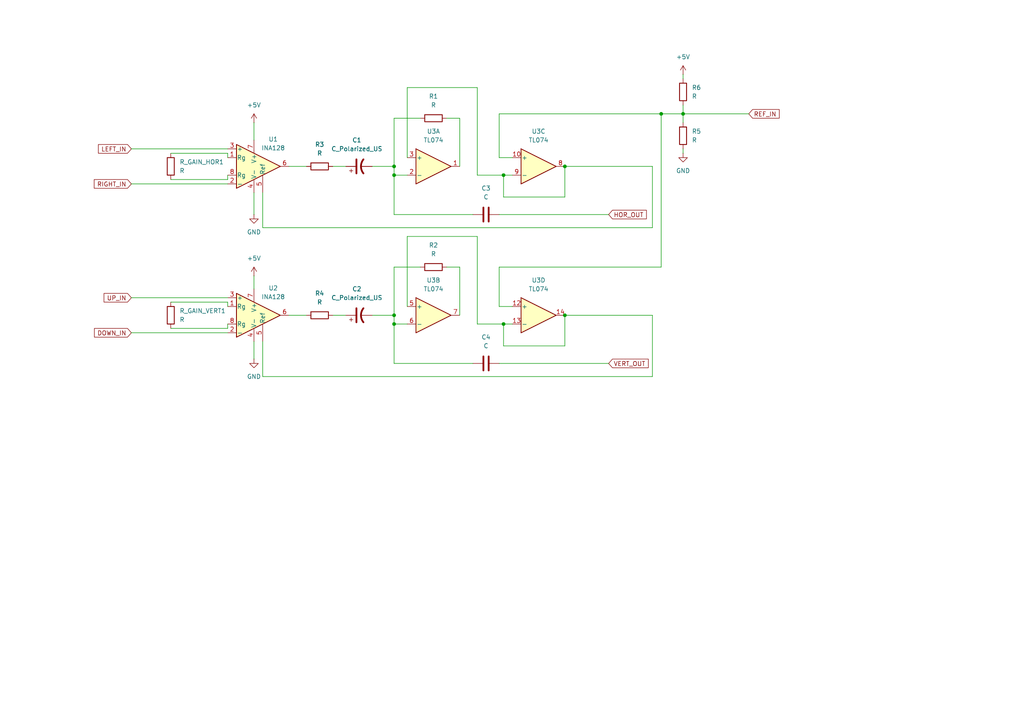
<source format=kicad_sch>
(kicad_sch
	(version 20250114)
	(generator "eeschema")
	(generator_version "9.0")
	(uuid "3b24f0de-bb9a-4c55-8f2f-94868eba9d38")
	(paper "A4")
	(lib_symbols
		(symbol "Amplifier_Instrumentation:INA128"
			(pin_names
				(offset 0.127)
			)
			(exclude_from_sim no)
			(in_bom yes)
			(on_board yes)
			(property "Reference" "U"
				(at 3.81 3.175 0)
				(effects
					(font
						(size 1.27 1.27)
					)
					(justify left)
				)
			)
			(property "Value" "INA128"
				(at 3.81 -3.175 0)
				(effects
					(font
						(size 1.27 1.27)
					)
					(justify left)
				)
			)
			(property "Footprint" ""
				(at 2.54 0 0)
				(effects
					(font
						(size 1.27 1.27)
					)
					(hide yes)
				)
			)
			(property "Datasheet" "http://www.ti.com/lit/ds/symlink/ina128.pdf"
				(at 2.54 0 0)
				(effects
					(font
						(size 1.27 1.27)
					)
					(hide yes)
				)
			)
			(property "Description" "Precision, Low Power Instrumentation Amplifier G = 1 + 50kOhm/Rg, DIP-8/SOIC-8"
				(at 0 0 0)
				(effects
					(font
						(size 1.27 1.27)
					)
					(hide yes)
				)
			)
			(property "ki_keywords" "instrumentation opamp"
				(at 0 0 0)
				(effects
					(font
						(size 1.27 1.27)
					)
					(hide yes)
				)
			)
			(property "ki_fp_filters" "DIP*W7.62mm* SOIC*P1.27mm*"
				(at 0 0 0)
				(effects
					(font
						(size 1.27 1.27)
					)
					(hide yes)
				)
			)
			(symbol "INA128_0_1"
				(polyline
					(pts
						(xy 7.62 0) (xy -5.08 6.35) (xy -5.08 -6.35) (xy 7.62 0)
					)
					(stroke
						(width 0.254)
						(type default)
					)
					(fill
						(type background)
					)
				)
			)
			(symbol "INA128_1_1"
				(pin input line
					(at -7.62 5.08 0)
					(length 2.54)
					(name "+"
						(effects
							(font
								(size 1.27 1.27)
							)
						)
					)
					(number "3"
						(effects
							(font
								(size 1.27 1.27)
							)
						)
					)
				)
				(pin passive line
					(at -7.62 2.54 0)
					(length 2.54)
					(name "Rg"
						(effects
							(font
								(size 1.27 1.27)
							)
						)
					)
					(number "1"
						(effects
							(font
								(size 1.27 1.27)
							)
						)
					)
				)
				(pin passive line
					(at -7.62 -2.54 0)
					(length 2.54)
					(name "Rg"
						(effects
							(font
								(size 1.27 1.27)
							)
						)
					)
					(number "8"
						(effects
							(font
								(size 1.27 1.27)
							)
						)
					)
				)
				(pin input line
					(at -7.62 -5.08 0)
					(length 2.54)
					(name "-"
						(effects
							(font
								(size 1.27 1.27)
							)
						)
					)
					(number "2"
						(effects
							(font
								(size 1.27 1.27)
							)
						)
					)
				)
				(pin power_in line
					(at 0 7.62 270)
					(length 3.81)
					(name "V+"
						(effects
							(font
								(size 1.27 1.27)
							)
						)
					)
					(number "7"
						(effects
							(font
								(size 1.27 1.27)
							)
						)
					)
				)
				(pin power_in line
					(at 0 -7.62 90)
					(length 3.81)
					(name "V-"
						(effects
							(font
								(size 1.27 1.27)
							)
						)
					)
					(number "4"
						(effects
							(font
								(size 1.27 1.27)
							)
						)
					)
				)
				(pin input line
					(at 2.54 -7.62 90)
					(length 5.08)
					(name "Ref"
						(effects
							(font
								(size 1.27 1.27)
							)
						)
					)
					(number "5"
						(effects
							(font
								(size 1.27 1.27)
							)
						)
					)
				)
				(pin output line
					(at 10.16 0 180)
					(length 2.54)
					(name "~"
						(effects
							(font
								(size 1.27 1.27)
							)
						)
					)
					(number "6"
						(effects
							(font
								(size 1.27 1.27)
							)
						)
					)
				)
			)
			(embedded_fonts no)
		)
		(symbol "Amplifier_Operational:TL074"
			(pin_names
				(offset 0.127)
			)
			(exclude_from_sim no)
			(in_bom yes)
			(on_board yes)
			(property "Reference" "U"
				(at 0 5.08 0)
				(effects
					(font
						(size 1.27 1.27)
					)
					(justify left)
				)
			)
			(property "Value" "TL074"
				(at 0 -5.08 0)
				(effects
					(font
						(size 1.27 1.27)
					)
					(justify left)
				)
			)
			(property "Footprint" ""
				(at -1.27 2.54 0)
				(effects
					(font
						(size 1.27 1.27)
					)
					(hide yes)
				)
			)
			(property "Datasheet" "http://www.ti.com/lit/ds/symlink/tl071.pdf"
				(at 1.27 5.08 0)
				(effects
					(font
						(size 1.27 1.27)
					)
					(hide yes)
				)
			)
			(property "Description" "Quad Low-Noise JFET-Input Operational Amplifiers, DIP-14/SOIC-14"
				(at 0 0 0)
				(effects
					(font
						(size 1.27 1.27)
					)
					(hide yes)
				)
			)
			(property "ki_locked" ""
				(at 0 0 0)
				(effects
					(font
						(size 1.27 1.27)
					)
				)
			)
			(property "ki_keywords" "quad opamp"
				(at 0 0 0)
				(effects
					(font
						(size 1.27 1.27)
					)
					(hide yes)
				)
			)
			(property "ki_fp_filters" "SOIC*3.9x8.7mm*P1.27mm* DIP*W7.62mm* TSSOP*4.4x5mm*P0.65mm* SSOP*5.3x6.2mm*P0.65mm* MSOP*3x3mm*P0.5mm*"
				(at 0 0 0)
				(effects
					(font
						(size 1.27 1.27)
					)
					(hide yes)
				)
			)
			(symbol "TL074_1_1"
				(polyline
					(pts
						(xy -5.08 5.08) (xy 5.08 0) (xy -5.08 -5.08) (xy -5.08 5.08)
					)
					(stroke
						(width 0.254)
						(type default)
					)
					(fill
						(type background)
					)
				)
				(pin input line
					(at -7.62 2.54 0)
					(length 2.54)
					(name "+"
						(effects
							(font
								(size 1.27 1.27)
							)
						)
					)
					(number "3"
						(effects
							(font
								(size 1.27 1.27)
							)
						)
					)
				)
				(pin input line
					(at -7.62 -2.54 0)
					(length 2.54)
					(name "-"
						(effects
							(font
								(size 1.27 1.27)
							)
						)
					)
					(number "2"
						(effects
							(font
								(size 1.27 1.27)
							)
						)
					)
				)
				(pin output line
					(at 7.62 0 180)
					(length 2.54)
					(name "~"
						(effects
							(font
								(size 1.27 1.27)
							)
						)
					)
					(number "1"
						(effects
							(font
								(size 1.27 1.27)
							)
						)
					)
				)
			)
			(symbol "TL074_2_1"
				(polyline
					(pts
						(xy -5.08 5.08) (xy 5.08 0) (xy -5.08 -5.08) (xy -5.08 5.08)
					)
					(stroke
						(width 0.254)
						(type default)
					)
					(fill
						(type background)
					)
				)
				(pin input line
					(at -7.62 2.54 0)
					(length 2.54)
					(name "+"
						(effects
							(font
								(size 1.27 1.27)
							)
						)
					)
					(number "5"
						(effects
							(font
								(size 1.27 1.27)
							)
						)
					)
				)
				(pin input line
					(at -7.62 -2.54 0)
					(length 2.54)
					(name "-"
						(effects
							(font
								(size 1.27 1.27)
							)
						)
					)
					(number "6"
						(effects
							(font
								(size 1.27 1.27)
							)
						)
					)
				)
				(pin output line
					(at 7.62 0 180)
					(length 2.54)
					(name "~"
						(effects
							(font
								(size 1.27 1.27)
							)
						)
					)
					(number "7"
						(effects
							(font
								(size 1.27 1.27)
							)
						)
					)
				)
			)
			(symbol "TL074_3_1"
				(polyline
					(pts
						(xy -5.08 5.08) (xy 5.08 0) (xy -5.08 -5.08) (xy -5.08 5.08)
					)
					(stroke
						(width 0.254)
						(type default)
					)
					(fill
						(type background)
					)
				)
				(pin input line
					(at -7.62 2.54 0)
					(length 2.54)
					(name "+"
						(effects
							(font
								(size 1.27 1.27)
							)
						)
					)
					(number "10"
						(effects
							(font
								(size 1.27 1.27)
							)
						)
					)
				)
				(pin input line
					(at -7.62 -2.54 0)
					(length 2.54)
					(name "-"
						(effects
							(font
								(size 1.27 1.27)
							)
						)
					)
					(number "9"
						(effects
							(font
								(size 1.27 1.27)
							)
						)
					)
				)
				(pin output line
					(at 7.62 0 180)
					(length 2.54)
					(name "~"
						(effects
							(font
								(size 1.27 1.27)
							)
						)
					)
					(number "8"
						(effects
							(font
								(size 1.27 1.27)
							)
						)
					)
				)
			)
			(symbol "TL074_4_1"
				(polyline
					(pts
						(xy -5.08 5.08) (xy 5.08 0) (xy -5.08 -5.08) (xy -5.08 5.08)
					)
					(stroke
						(width 0.254)
						(type default)
					)
					(fill
						(type background)
					)
				)
				(pin input line
					(at -7.62 2.54 0)
					(length 2.54)
					(name "+"
						(effects
							(font
								(size 1.27 1.27)
							)
						)
					)
					(number "12"
						(effects
							(font
								(size 1.27 1.27)
							)
						)
					)
				)
				(pin input line
					(at -7.62 -2.54 0)
					(length 2.54)
					(name "-"
						(effects
							(font
								(size 1.27 1.27)
							)
						)
					)
					(number "13"
						(effects
							(font
								(size 1.27 1.27)
							)
						)
					)
				)
				(pin output line
					(at 7.62 0 180)
					(length 2.54)
					(name "~"
						(effects
							(font
								(size 1.27 1.27)
							)
						)
					)
					(number "14"
						(effects
							(font
								(size 1.27 1.27)
							)
						)
					)
				)
			)
			(symbol "TL074_5_1"
				(pin power_in line
					(at -2.54 7.62 270)
					(length 3.81)
					(name "V+"
						(effects
							(font
								(size 1.27 1.27)
							)
						)
					)
					(number "4"
						(effects
							(font
								(size 1.27 1.27)
							)
						)
					)
				)
				(pin power_in line
					(at -2.54 -7.62 90)
					(length 3.81)
					(name "V-"
						(effects
							(font
								(size 1.27 1.27)
							)
						)
					)
					(number "11"
						(effects
							(font
								(size 1.27 1.27)
							)
						)
					)
				)
			)
			(embedded_fonts no)
		)
		(symbol "Device:C"
			(pin_numbers
				(hide yes)
			)
			(pin_names
				(offset 0.254)
			)
			(exclude_from_sim no)
			(in_bom yes)
			(on_board yes)
			(property "Reference" "C"
				(at 0.635 2.54 0)
				(effects
					(font
						(size 1.27 1.27)
					)
					(justify left)
				)
			)
			(property "Value" "C"
				(at 0.635 -2.54 0)
				(effects
					(font
						(size 1.27 1.27)
					)
					(justify left)
				)
			)
			(property "Footprint" ""
				(at 0.9652 -3.81 0)
				(effects
					(font
						(size 1.27 1.27)
					)
					(hide yes)
				)
			)
			(property "Datasheet" "~"
				(at 0 0 0)
				(effects
					(font
						(size 1.27 1.27)
					)
					(hide yes)
				)
			)
			(property "Description" "Unpolarized capacitor"
				(at 0 0 0)
				(effects
					(font
						(size 1.27 1.27)
					)
					(hide yes)
				)
			)
			(property "ki_keywords" "cap capacitor"
				(at 0 0 0)
				(effects
					(font
						(size 1.27 1.27)
					)
					(hide yes)
				)
			)
			(property "ki_fp_filters" "C_*"
				(at 0 0 0)
				(effects
					(font
						(size 1.27 1.27)
					)
					(hide yes)
				)
			)
			(symbol "C_0_1"
				(polyline
					(pts
						(xy -2.032 0.762) (xy 2.032 0.762)
					)
					(stroke
						(width 0.508)
						(type default)
					)
					(fill
						(type none)
					)
				)
				(polyline
					(pts
						(xy -2.032 -0.762) (xy 2.032 -0.762)
					)
					(stroke
						(width 0.508)
						(type default)
					)
					(fill
						(type none)
					)
				)
			)
			(symbol "C_1_1"
				(pin passive line
					(at 0 3.81 270)
					(length 2.794)
					(name "~"
						(effects
							(font
								(size 1.27 1.27)
							)
						)
					)
					(number "1"
						(effects
							(font
								(size 1.27 1.27)
							)
						)
					)
				)
				(pin passive line
					(at 0 -3.81 90)
					(length 2.794)
					(name "~"
						(effects
							(font
								(size 1.27 1.27)
							)
						)
					)
					(number "2"
						(effects
							(font
								(size 1.27 1.27)
							)
						)
					)
				)
			)
			(embedded_fonts no)
		)
		(symbol "Device:C_Polarized_US"
			(pin_numbers
				(hide yes)
			)
			(pin_names
				(offset 0.254)
				(hide yes)
			)
			(exclude_from_sim no)
			(in_bom yes)
			(on_board yes)
			(property "Reference" "C"
				(at 0.635 2.54 0)
				(effects
					(font
						(size 1.27 1.27)
					)
					(justify left)
				)
			)
			(property "Value" "C_Polarized_US"
				(at 0.635 -2.54 0)
				(effects
					(font
						(size 1.27 1.27)
					)
					(justify left)
				)
			)
			(property "Footprint" ""
				(at 0 0 0)
				(effects
					(font
						(size 1.27 1.27)
					)
					(hide yes)
				)
			)
			(property "Datasheet" "~"
				(at 0 0 0)
				(effects
					(font
						(size 1.27 1.27)
					)
					(hide yes)
				)
			)
			(property "Description" "Polarized capacitor, US symbol"
				(at 0 0 0)
				(effects
					(font
						(size 1.27 1.27)
					)
					(hide yes)
				)
			)
			(property "ki_keywords" "cap capacitor"
				(at 0 0 0)
				(effects
					(font
						(size 1.27 1.27)
					)
					(hide yes)
				)
			)
			(property "ki_fp_filters" "CP_*"
				(at 0 0 0)
				(effects
					(font
						(size 1.27 1.27)
					)
					(hide yes)
				)
			)
			(symbol "C_Polarized_US_0_1"
				(polyline
					(pts
						(xy -2.032 0.762) (xy 2.032 0.762)
					)
					(stroke
						(width 0.508)
						(type default)
					)
					(fill
						(type none)
					)
				)
				(polyline
					(pts
						(xy -1.778 2.286) (xy -0.762 2.286)
					)
					(stroke
						(width 0)
						(type default)
					)
					(fill
						(type none)
					)
				)
				(polyline
					(pts
						(xy -1.27 1.778) (xy -1.27 2.794)
					)
					(stroke
						(width 0)
						(type default)
					)
					(fill
						(type none)
					)
				)
				(arc
					(start -2.032 -1.27)
					(mid 0 -0.5572)
					(end 2.032 -1.27)
					(stroke
						(width 0.508)
						(type default)
					)
					(fill
						(type none)
					)
				)
			)
			(symbol "C_Polarized_US_1_1"
				(pin passive line
					(at 0 3.81 270)
					(length 2.794)
					(name "~"
						(effects
							(font
								(size 1.27 1.27)
							)
						)
					)
					(number "1"
						(effects
							(font
								(size 1.27 1.27)
							)
						)
					)
				)
				(pin passive line
					(at 0 -3.81 90)
					(length 3.302)
					(name "~"
						(effects
							(font
								(size 1.27 1.27)
							)
						)
					)
					(number "2"
						(effects
							(font
								(size 1.27 1.27)
							)
						)
					)
				)
			)
			(embedded_fonts no)
		)
		(symbol "Device:R"
			(pin_numbers
				(hide yes)
			)
			(pin_names
				(offset 0)
			)
			(exclude_from_sim no)
			(in_bom yes)
			(on_board yes)
			(property "Reference" "R"
				(at 2.032 0 90)
				(effects
					(font
						(size 1.27 1.27)
					)
				)
			)
			(property "Value" "R"
				(at 0 0 90)
				(effects
					(font
						(size 1.27 1.27)
					)
				)
			)
			(property "Footprint" ""
				(at -1.778 0 90)
				(effects
					(font
						(size 1.27 1.27)
					)
					(hide yes)
				)
			)
			(property "Datasheet" "~"
				(at 0 0 0)
				(effects
					(font
						(size 1.27 1.27)
					)
					(hide yes)
				)
			)
			(property "Description" "Resistor"
				(at 0 0 0)
				(effects
					(font
						(size 1.27 1.27)
					)
					(hide yes)
				)
			)
			(property "ki_keywords" "R res resistor"
				(at 0 0 0)
				(effects
					(font
						(size 1.27 1.27)
					)
					(hide yes)
				)
			)
			(property "ki_fp_filters" "R_*"
				(at 0 0 0)
				(effects
					(font
						(size 1.27 1.27)
					)
					(hide yes)
				)
			)
			(symbol "R_0_1"
				(rectangle
					(start -1.016 -2.54)
					(end 1.016 2.54)
					(stroke
						(width 0.254)
						(type default)
					)
					(fill
						(type none)
					)
				)
			)
			(symbol "R_1_1"
				(pin passive line
					(at 0 3.81 270)
					(length 1.27)
					(name "~"
						(effects
							(font
								(size 1.27 1.27)
							)
						)
					)
					(number "1"
						(effects
							(font
								(size 1.27 1.27)
							)
						)
					)
				)
				(pin passive line
					(at 0 -3.81 90)
					(length 1.27)
					(name "~"
						(effects
							(font
								(size 1.27 1.27)
							)
						)
					)
					(number "2"
						(effects
							(font
								(size 1.27 1.27)
							)
						)
					)
				)
			)
			(embedded_fonts no)
		)
		(symbol "power:+5V"
			(power)
			(pin_numbers
				(hide yes)
			)
			(pin_names
				(offset 0)
				(hide yes)
			)
			(exclude_from_sim no)
			(in_bom yes)
			(on_board yes)
			(property "Reference" "#PWR"
				(at 0 -3.81 0)
				(effects
					(font
						(size 1.27 1.27)
					)
					(hide yes)
				)
			)
			(property "Value" "+5V"
				(at 0 3.556 0)
				(effects
					(font
						(size 1.27 1.27)
					)
				)
			)
			(property "Footprint" ""
				(at 0 0 0)
				(effects
					(font
						(size 1.27 1.27)
					)
					(hide yes)
				)
			)
			(property "Datasheet" ""
				(at 0 0 0)
				(effects
					(font
						(size 1.27 1.27)
					)
					(hide yes)
				)
			)
			(property "Description" "Power symbol creates a global label with name \"+5V\""
				(at 0 0 0)
				(effects
					(font
						(size 1.27 1.27)
					)
					(hide yes)
				)
			)
			(property "ki_keywords" "global power"
				(at 0 0 0)
				(effects
					(font
						(size 1.27 1.27)
					)
					(hide yes)
				)
			)
			(symbol "+5V_0_1"
				(polyline
					(pts
						(xy -0.762 1.27) (xy 0 2.54)
					)
					(stroke
						(width 0)
						(type default)
					)
					(fill
						(type none)
					)
				)
				(polyline
					(pts
						(xy 0 2.54) (xy 0.762 1.27)
					)
					(stroke
						(width 0)
						(type default)
					)
					(fill
						(type none)
					)
				)
				(polyline
					(pts
						(xy 0 0) (xy 0 2.54)
					)
					(stroke
						(width 0)
						(type default)
					)
					(fill
						(type none)
					)
				)
			)
			(symbol "+5V_1_1"
				(pin power_in line
					(at 0 0 90)
					(length 0)
					(name "~"
						(effects
							(font
								(size 1.27 1.27)
							)
						)
					)
					(number "1"
						(effects
							(font
								(size 1.27 1.27)
							)
						)
					)
				)
			)
			(embedded_fonts no)
		)
		(symbol "power:GND"
			(power)
			(pin_numbers
				(hide yes)
			)
			(pin_names
				(offset 0)
				(hide yes)
			)
			(exclude_from_sim no)
			(in_bom yes)
			(on_board yes)
			(property "Reference" "#PWR"
				(at 0 -6.35 0)
				(effects
					(font
						(size 1.27 1.27)
					)
					(hide yes)
				)
			)
			(property "Value" "GND"
				(at 0 -3.81 0)
				(effects
					(font
						(size 1.27 1.27)
					)
				)
			)
			(property "Footprint" ""
				(at 0 0 0)
				(effects
					(font
						(size 1.27 1.27)
					)
					(hide yes)
				)
			)
			(property "Datasheet" ""
				(at 0 0 0)
				(effects
					(font
						(size 1.27 1.27)
					)
					(hide yes)
				)
			)
			(property "Description" "Power symbol creates a global label with name \"GND\" , ground"
				(at 0 0 0)
				(effects
					(font
						(size 1.27 1.27)
					)
					(hide yes)
				)
			)
			(property "ki_keywords" "global power"
				(at 0 0 0)
				(effects
					(font
						(size 1.27 1.27)
					)
					(hide yes)
				)
			)
			(symbol "GND_0_1"
				(polyline
					(pts
						(xy 0 0) (xy 0 -1.27) (xy 1.27 -1.27) (xy 0 -2.54) (xy -1.27 -1.27) (xy 0 -1.27)
					)
					(stroke
						(width 0)
						(type default)
					)
					(fill
						(type none)
					)
				)
			)
			(symbol "GND_1_1"
				(pin power_in line
					(at 0 0 270)
					(length 0)
					(name "~"
						(effects
							(font
								(size 1.27 1.27)
							)
						)
					)
					(number "1"
						(effects
							(font
								(size 1.27 1.27)
							)
						)
					)
				)
			)
			(embedded_fonts no)
		)
	)
	(junction
		(at 114.3 50.8)
		(diameter 0)
		(color 0 0 0 0)
		(uuid "097c2d26-a136-46a4-8fc2-1bebfd40b8e0")
	)
	(junction
		(at 146.05 93.98)
		(diameter 0)
		(color 0 0 0 0)
		(uuid "43b7308a-88a0-47d5-9969-d4d966ccb822")
	)
	(junction
		(at 114.3 48.26)
		(diameter 0)
		(color 0 0 0 0)
		(uuid "4d830cea-f09f-485f-a277-6f729bc17fd9")
	)
	(junction
		(at 146.05 50.8)
		(diameter 0)
		(color 0 0 0 0)
		(uuid "52055805-e79f-4a87-91c2-ed1ecae1a708")
	)
	(junction
		(at 163.83 91.44)
		(diameter 0)
		(color 0 0 0 0)
		(uuid "624678f2-f525-429f-882e-2a54acb01163")
	)
	(junction
		(at 191.77 33.02)
		(diameter 0)
		(color 0 0 0 0)
		(uuid "6c0f16a5-33a0-4345-9e9d-eba389a15446")
	)
	(junction
		(at 114.3 93.98)
		(diameter 0)
		(color 0 0 0 0)
		(uuid "a1d58fd3-97fa-448a-9161-720f8d48f1a2")
	)
	(junction
		(at 163.83 48.26)
		(diameter 0)
		(color 0 0 0 0)
		(uuid "e0df1caf-09e8-4126-9b68-883e46f7c3f5")
	)
	(junction
		(at 114.3 91.44)
		(diameter 0)
		(color 0 0 0 0)
		(uuid "e7a87782-bf5c-4559-8bff-b3b515553e34")
	)
	(junction
		(at 198.12 33.02)
		(diameter 0)
		(color 0 0 0 0)
		(uuid "ff2404de-59bc-47b0-92f9-9077d9a9df76")
	)
	(wire
		(pts
			(xy 114.3 34.29) (xy 121.92 34.29)
		)
		(stroke
			(width 0)
			(type default)
		)
		(uuid "01882c6f-f88e-404d-9348-bc4a3e053229")
	)
	(wire
		(pts
			(xy 114.3 91.44) (xy 107.95 91.44)
		)
		(stroke
			(width 0)
			(type default)
		)
		(uuid "02d30a71-49c5-47c0-bc37-166560a16f6a")
	)
	(wire
		(pts
			(xy 191.77 77.47) (xy 191.77 33.02)
		)
		(stroke
			(width 0)
			(type default)
		)
		(uuid "04f6951e-fe56-4d20-9dc1-18bace3b1bfd")
	)
	(wire
		(pts
			(xy 133.35 77.47) (xy 133.35 91.44)
		)
		(stroke
			(width 0)
			(type default)
		)
		(uuid "0a797484-f869-459f-b964-80d559083527")
	)
	(wire
		(pts
			(xy 189.23 48.26) (xy 189.23 66.04)
		)
		(stroke
			(width 0)
			(type default)
		)
		(uuid "11cb63b1-aa47-4633-9aea-512490b1996a")
	)
	(wire
		(pts
			(xy 144.78 88.9) (xy 144.78 77.47)
		)
		(stroke
			(width 0)
			(type default)
		)
		(uuid "1470d489-24ba-4b3e-a1b6-6ee16a3fd415")
	)
	(wire
		(pts
			(xy 73.66 80.01) (xy 73.66 83.82)
		)
		(stroke
			(width 0)
			(type default)
		)
		(uuid "1ed1f8de-8c9c-428f-b822-81556ba198ef")
	)
	(wire
		(pts
			(xy 163.83 91.44) (xy 163.83 100.33)
		)
		(stroke
			(width 0)
			(type default)
		)
		(uuid "2a2208d8-2fa6-40c3-90ab-004a0317e694")
	)
	(wire
		(pts
			(xy 49.53 87.63) (xy 66.04 87.63)
		)
		(stroke
			(width 0)
			(type default)
		)
		(uuid "2ba39968-2ea2-496b-b31c-f2689fda5d9a")
	)
	(wire
		(pts
			(xy 38.1 96.52) (xy 66.04 96.52)
		)
		(stroke
			(width 0)
			(type default)
		)
		(uuid "34ac4a8d-ec49-4b40-b3ac-43bb11e17f62")
	)
	(wire
		(pts
			(xy 49.53 52.07) (xy 66.04 52.07)
		)
		(stroke
			(width 0)
			(type default)
		)
		(uuid "366f0fa8-6ca2-47d4-942d-8ac03dffa285")
	)
	(wire
		(pts
			(xy 114.3 93.98) (xy 114.3 91.44)
		)
		(stroke
			(width 0)
			(type default)
		)
		(uuid "371953d2-0460-4289-8b6a-4e10c532159b")
	)
	(wire
		(pts
			(xy 49.53 44.45) (xy 66.04 44.45)
		)
		(stroke
			(width 0)
			(type default)
		)
		(uuid "3ce35b43-76aa-48d8-9074-45a8f94e57f4")
	)
	(wire
		(pts
			(xy 100.33 91.44) (xy 96.52 91.44)
		)
		(stroke
			(width 0)
			(type default)
		)
		(uuid "4058e837-384e-4639-b556-470d3d963dde")
	)
	(wire
		(pts
			(xy 146.05 93.98) (xy 148.59 93.98)
		)
		(stroke
			(width 0)
			(type default)
		)
		(uuid "4c08fba8-6f5b-42d5-ad33-c94571cfc14d")
	)
	(wire
		(pts
			(xy 114.3 105.41) (xy 137.16 105.41)
		)
		(stroke
			(width 0)
			(type default)
		)
		(uuid "4f035099-1a30-47ec-97a8-5ae8f7cd0bd3")
	)
	(wire
		(pts
			(xy 146.05 100.33) (xy 146.05 93.98)
		)
		(stroke
			(width 0)
			(type default)
		)
		(uuid "5014a8d8-d2b2-443d-a68e-3af8ed205c51")
	)
	(wire
		(pts
			(xy 73.66 35.56) (xy 73.66 40.64)
		)
		(stroke
			(width 0)
			(type default)
		)
		(uuid "58fac9b7-bc4a-44a5-b98a-b803fc848444")
	)
	(wire
		(pts
			(xy 88.9 91.44) (xy 83.82 91.44)
		)
		(stroke
			(width 0)
			(type default)
		)
		(uuid "5b8ef719-e016-4a00-8ad2-4d49a1000896")
	)
	(wire
		(pts
			(xy 148.59 88.9) (xy 144.78 88.9)
		)
		(stroke
			(width 0)
			(type default)
		)
		(uuid "5c5c9c1a-36b5-498f-bfb0-f0cd0611152f")
	)
	(wire
		(pts
			(xy 163.83 91.44) (xy 189.23 91.44)
		)
		(stroke
			(width 0)
			(type default)
		)
		(uuid "5c7f4d31-4759-4684-8669-c382d626aae5")
	)
	(wire
		(pts
			(xy 138.43 25.4) (xy 138.43 50.8)
		)
		(stroke
			(width 0)
			(type default)
		)
		(uuid "6210d9f2-2d46-45e8-b1d7-9bba9d0aecbf")
	)
	(wire
		(pts
			(xy 191.77 33.02) (xy 198.12 33.02)
		)
		(stroke
			(width 0)
			(type default)
		)
		(uuid "646fa46d-1d50-4331-9d6d-2efc88c72064")
	)
	(wire
		(pts
			(xy 114.3 93.98) (xy 118.11 93.98)
		)
		(stroke
			(width 0)
			(type default)
		)
		(uuid "65f7f726-6f0b-4c54-a3bd-f4dcfc040e60")
	)
	(wire
		(pts
			(xy 38.1 43.18) (xy 66.04 43.18)
		)
		(stroke
			(width 0)
			(type default)
		)
		(uuid "730e9e46-4f09-44cc-91e5-8ac688d5d6e0")
	)
	(wire
		(pts
			(xy 118.11 25.4) (xy 138.43 25.4)
		)
		(stroke
			(width 0)
			(type default)
		)
		(uuid "742920a7-ffcd-4630-9917-449a1f9ee451")
	)
	(wire
		(pts
			(xy 189.23 66.04) (xy 76.2 66.04)
		)
		(stroke
			(width 0)
			(type default)
		)
		(uuid "74cd7fe3-240b-4700-83fe-b516c90508f5")
	)
	(wire
		(pts
			(xy 176.53 105.41) (xy 144.78 105.41)
		)
		(stroke
			(width 0)
			(type default)
		)
		(uuid "7550e275-7a47-4541-8e52-8d2f6479e8ce")
	)
	(wire
		(pts
			(xy 73.66 62.23) (xy 73.66 55.88)
		)
		(stroke
			(width 0)
			(type default)
		)
		(uuid "75a6edde-d3d3-4bff-8d8a-2139f1aa3e20")
	)
	(wire
		(pts
			(xy 118.11 88.9) (xy 118.11 68.58)
		)
		(stroke
			(width 0)
			(type default)
		)
		(uuid "7e1ab435-bc78-42e5-96c4-fa969d67d7c1")
	)
	(wire
		(pts
			(xy 66.04 52.07) (xy 66.04 50.8)
		)
		(stroke
			(width 0)
			(type default)
		)
		(uuid "8191b346-373e-4f35-897e-9926f2ea7bbb")
	)
	(wire
		(pts
			(xy 66.04 95.25) (xy 66.04 93.98)
		)
		(stroke
			(width 0)
			(type default)
		)
		(uuid "8a219722-bcff-4377-bf78-f67b9da0f9f7")
	)
	(wire
		(pts
			(xy 198.12 30.48) (xy 198.12 33.02)
		)
		(stroke
			(width 0)
			(type default)
		)
		(uuid "97692a96-db56-43b8-a376-4d7e543f7cb0")
	)
	(wire
		(pts
			(xy 189.23 109.22) (xy 76.2 109.22)
		)
		(stroke
			(width 0)
			(type default)
		)
		(uuid "9ae46941-1eda-4651-9899-5a454628db67")
	)
	(wire
		(pts
			(xy 114.3 50.8) (xy 118.11 50.8)
		)
		(stroke
			(width 0)
			(type default)
		)
		(uuid "9d527137-f47f-49bf-a765-984c59fddc22")
	)
	(wire
		(pts
			(xy 38.1 86.36) (xy 66.04 86.36)
		)
		(stroke
			(width 0)
			(type default)
		)
		(uuid "a1ddabbc-b34c-475c-858f-f9e0c1278107")
	)
	(wire
		(pts
			(xy 138.43 68.58) (xy 138.43 93.98)
		)
		(stroke
			(width 0)
			(type default)
		)
		(uuid "a4776a0f-e66b-4c55-95a4-e1d8cc39035f")
	)
	(wire
		(pts
			(xy 148.59 45.72) (xy 144.78 45.72)
		)
		(stroke
			(width 0)
			(type default)
		)
		(uuid "a58bc122-6e97-42a3-aa2e-c333bdbd7c96")
	)
	(wire
		(pts
			(xy 73.66 104.14) (xy 73.66 99.06)
		)
		(stroke
			(width 0)
			(type default)
		)
		(uuid "a689fcdc-81ab-4896-bb25-4ec382c0939c")
	)
	(wire
		(pts
			(xy 76.2 99.06) (xy 76.2 109.22)
		)
		(stroke
			(width 0)
			(type default)
		)
		(uuid "a694bc37-378b-42cb-8cc8-a5dd057c2c86")
	)
	(wire
		(pts
			(xy 114.3 48.26) (xy 107.95 48.26)
		)
		(stroke
			(width 0)
			(type default)
		)
		(uuid "ab021d2b-aaa6-44e6-9ff0-57056bb0df00")
	)
	(wire
		(pts
			(xy 146.05 50.8) (xy 148.59 50.8)
		)
		(stroke
			(width 0)
			(type default)
		)
		(uuid "ade33823-ddae-45f9-95c0-95745b277a88")
	)
	(wire
		(pts
			(xy 144.78 77.47) (xy 191.77 77.47)
		)
		(stroke
			(width 0)
			(type default)
		)
		(uuid "af7b83a5-5056-4641-9826-4e0b51c46f8f")
	)
	(wire
		(pts
			(xy 198.12 43.18) (xy 198.12 44.45)
		)
		(stroke
			(width 0)
			(type default)
		)
		(uuid "afdaade5-5f3c-4afb-9800-ace260cba6b9")
	)
	(wire
		(pts
			(xy 114.3 62.23) (xy 137.16 62.23)
		)
		(stroke
			(width 0)
			(type default)
		)
		(uuid "b2074584-6434-4ea6-abe0-efcd368794c1")
	)
	(wire
		(pts
			(xy 129.54 34.29) (xy 133.35 34.29)
		)
		(stroke
			(width 0)
			(type default)
		)
		(uuid "b41bf3a5-36c3-46d7-adc1-0f5f45de070b")
	)
	(wire
		(pts
			(xy 38.1 53.34) (xy 66.04 53.34)
		)
		(stroke
			(width 0)
			(type default)
		)
		(uuid "b4b2c4dd-65f1-4c20-aae8-34e7c03f818b")
	)
	(wire
		(pts
			(xy 114.3 77.47) (xy 114.3 91.44)
		)
		(stroke
			(width 0)
			(type default)
		)
		(uuid "b6d430ee-d37e-40a8-a294-e7989cf5ef9b")
	)
	(wire
		(pts
			(xy 144.78 33.02) (xy 191.77 33.02)
		)
		(stroke
			(width 0)
			(type default)
		)
		(uuid "bdfa8391-c91d-4891-bdd2-c657d498a6eb")
	)
	(wire
		(pts
			(xy 217.17 33.02) (xy 198.12 33.02)
		)
		(stroke
			(width 0)
			(type default)
		)
		(uuid "bf863d0c-3434-40f8-a89a-b1fe85d112dd")
	)
	(wire
		(pts
			(xy 114.3 50.8) (xy 114.3 48.26)
		)
		(stroke
			(width 0)
			(type default)
		)
		(uuid "bfb47161-c7a1-4ebb-ba50-28ce70afee1c")
	)
	(wire
		(pts
			(xy 129.54 77.47) (xy 133.35 77.47)
		)
		(stroke
			(width 0)
			(type default)
		)
		(uuid "c1475ca4-6890-407e-9b95-d7ff4e75201d")
	)
	(wire
		(pts
			(xy 66.04 44.45) (xy 66.04 45.72)
		)
		(stroke
			(width 0)
			(type default)
		)
		(uuid "c496fea6-3a69-442a-8628-295e01af4b2e")
	)
	(wire
		(pts
			(xy 138.43 93.98) (xy 146.05 93.98)
		)
		(stroke
			(width 0)
			(type default)
		)
		(uuid "cc3e696e-01a3-4a4e-b5f3-1d0d31a9f405")
	)
	(wire
		(pts
			(xy 100.33 48.26) (xy 96.52 48.26)
		)
		(stroke
			(width 0)
			(type default)
		)
		(uuid "cc9f5d42-40c0-4bdc-bd15-2956425b8b67")
	)
	(wire
		(pts
			(xy 88.9 48.26) (xy 83.82 48.26)
		)
		(stroke
			(width 0)
			(type default)
		)
		(uuid "d0845fe8-d175-412d-9fa0-594d3cc510d9")
	)
	(wire
		(pts
			(xy 66.04 87.63) (xy 66.04 88.9)
		)
		(stroke
			(width 0)
			(type default)
		)
		(uuid "d2f995cb-eb94-4cdf-8d8c-d76b74f44a7c")
	)
	(wire
		(pts
			(xy 144.78 62.23) (xy 176.53 62.23)
		)
		(stroke
			(width 0)
			(type default)
		)
		(uuid "d323960c-66f5-4b89-8e8b-fb2fac8cf747")
	)
	(wire
		(pts
			(xy 114.3 50.8) (xy 114.3 62.23)
		)
		(stroke
			(width 0)
			(type default)
		)
		(uuid "d45faca2-5c26-49f6-8851-ba95b9870576")
	)
	(wire
		(pts
			(xy 144.78 45.72) (xy 144.78 33.02)
		)
		(stroke
			(width 0)
			(type default)
		)
		(uuid "d460c257-526f-4e0e-b656-fbc223896fdc")
	)
	(wire
		(pts
			(xy 198.12 21.59) (xy 198.12 22.86)
		)
		(stroke
			(width 0)
			(type default)
		)
		(uuid "d5736e8e-b1e7-461c-9fb8-7f6be934b5cb")
	)
	(wire
		(pts
			(xy 138.43 50.8) (xy 146.05 50.8)
		)
		(stroke
			(width 0)
			(type default)
		)
		(uuid "d6e0b12e-f947-4ff2-bd66-570d96605e45")
	)
	(wire
		(pts
			(xy 163.83 57.15) (xy 146.05 57.15)
		)
		(stroke
			(width 0)
			(type default)
		)
		(uuid "d87da00d-a8fa-43b0-9e1f-16b5c7e91582")
	)
	(wire
		(pts
			(xy 118.11 45.72) (xy 118.11 25.4)
		)
		(stroke
			(width 0)
			(type default)
		)
		(uuid "db1da71c-2e47-48e3-bf0f-45b6f5e64d47")
	)
	(wire
		(pts
			(xy 114.3 34.29) (xy 114.3 48.26)
		)
		(stroke
			(width 0)
			(type default)
		)
		(uuid "e12f9e88-c5e7-46bf-94d0-a3abcf7d49e7")
	)
	(wire
		(pts
			(xy 76.2 55.88) (xy 76.2 66.04)
		)
		(stroke
			(width 0)
			(type default)
		)
		(uuid "e28ebd49-b81e-41b3-8129-61cde69655be")
	)
	(wire
		(pts
			(xy 49.53 95.25) (xy 66.04 95.25)
		)
		(stroke
			(width 0)
			(type default)
		)
		(uuid "e4d583f8-7bd4-4fd1-87c1-8ecaaeefc62d")
	)
	(wire
		(pts
			(xy 133.35 34.29) (xy 133.35 48.26)
		)
		(stroke
			(width 0)
			(type default)
		)
		(uuid "e4eaa659-661a-40d3-92a1-25f0a4fbe489")
	)
	(wire
		(pts
			(xy 189.23 91.44) (xy 189.23 109.22)
		)
		(stroke
			(width 0)
			(type default)
		)
		(uuid "e80a6fab-6ae0-4ce5-8806-918e6723de50")
	)
	(wire
		(pts
			(xy 114.3 93.98) (xy 114.3 105.41)
		)
		(stroke
			(width 0)
			(type default)
		)
		(uuid "ea458b2c-8e4b-41df-8d97-ccf776e6b789")
	)
	(wire
		(pts
			(xy 114.3 77.47) (xy 121.92 77.47)
		)
		(stroke
			(width 0)
			(type default)
		)
		(uuid "ea5259b4-4009-4dbd-a4dc-178f828754e5")
	)
	(wire
		(pts
			(xy 163.83 48.26) (xy 163.83 57.15)
		)
		(stroke
			(width 0)
			(type default)
		)
		(uuid "eca961d1-b131-4409-a83b-57c9db632361")
	)
	(wire
		(pts
			(xy 146.05 57.15) (xy 146.05 50.8)
		)
		(stroke
			(width 0)
			(type default)
		)
		(uuid "ed15fb8c-334f-47d0-a53c-1204e83b36b0")
	)
	(wire
		(pts
			(xy 118.11 68.58) (xy 138.43 68.58)
		)
		(stroke
			(width 0)
			(type default)
		)
		(uuid "f24b043b-2cec-4b16-ba2a-422651f4bad5")
	)
	(wire
		(pts
			(xy 198.12 33.02) (xy 198.12 35.56)
		)
		(stroke
			(width 0)
			(type default)
		)
		(uuid "f33106a7-a7c4-4f32-9581-337155b86c62")
	)
	(wire
		(pts
			(xy 163.83 100.33) (xy 146.05 100.33)
		)
		(stroke
			(width 0)
			(type default)
		)
		(uuid "fe2ceeaa-bd9d-4349-adff-420a8c0acf48")
	)
	(wire
		(pts
			(xy 163.83 48.26) (xy 189.23 48.26)
		)
		(stroke
			(width 0)
			(type default)
		)
		(uuid "ffeee409-1586-46fb-83df-95b8b22839bc")
	)
	(global_label "UP_IN"
		(shape input)
		(at 38.1 86.36 180)
		(fields_autoplaced yes)
		(effects
			(font
				(size 1.27 1.27)
			)
			(justify right)
		)
		(uuid "0130754c-89da-471a-b7c9-d72a62a6c975")
		(property "Intersheetrefs" "${INTERSHEET_REFS}"
			(at 29.6114 86.36 0)
			(effects
				(font
					(size 1.27 1.27)
				)
				(justify right)
				(hide yes)
			)
		)
	)
	(global_label "DOWN_IN"
		(shape input)
		(at 38.1 96.52 180)
		(fields_autoplaced yes)
		(effects
			(font
				(size 1.27 1.27)
			)
			(justify right)
		)
		(uuid "0f05ecb4-19ce-4e86-8be0-29eee8646e6f")
		(property "Intersheetrefs" "${INTERSHEET_REFS}"
			(at 26.8295 96.52 0)
			(effects
				(font
					(size 1.27 1.27)
				)
				(justify right)
				(hide yes)
			)
		)
	)
	(global_label "RIGHT_IN"
		(shape input)
		(at 38.1 53.34 180)
		(fields_autoplaced yes)
		(effects
			(font
				(size 1.27 1.27)
			)
			(justify right)
		)
		(uuid "22bc2ada-6cdb-4891-869c-ee755bae4052")
		(property "Intersheetrefs" "${INTERSHEET_REFS}"
			(at 26.769 53.34 0)
			(effects
				(font
					(size 1.27 1.27)
				)
				(justify right)
				(hide yes)
			)
		)
	)
	(global_label "LEFT_IN"
		(shape input)
		(at 38.1 43.18 180)
		(fields_autoplaced yes)
		(effects
			(font
				(size 1.27 1.27)
			)
			(justify right)
		)
		(uuid "4e5b3663-d23d-45e2-b3f7-418404cdabde")
		(property "Intersheetrefs" "${INTERSHEET_REFS}"
			(at 27.9786 43.18 0)
			(effects
				(font
					(size 1.27 1.27)
				)
				(justify right)
				(hide yes)
			)
		)
	)
	(global_label "VERT_OUT"
		(shape input)
		(at 176.53 105.41 0)
		(fields_autoplaced yes)
		(effects
			(font
				(size 1.27 1.27)
			)
			(justify left)
		)
		(uuid "b739b658-eedb-4a6d-8709-8a7a33e32d7e")
		(property "Intersheetrefs" "${INTERSHEET_REFS}"
			(at 188.5866 105.41 0)
			(effects
				(font
					(size 1.27 1.27)
				)
				(justify left)
				(hide yes)
			)
		)
	)
	(global_label "REF_IN"
		(shape input)
		(at 217.17 33.02 0)
		(fields_autoplaced yes)
		(effects
			(font
				(size 1.27 1.27)
			)
			(justify left)
		)
		(uuid "bfb2d30e-ece1-4965-b943-d6e097cf7a63")
		(property "Intersheetrefs" "${INTERSHEET_REFS}"
			(at 226.5657 33.02 0)
			(effects
				(font
					(size 1.27 1.27)
				)
				(justify left)
				(hide yes)
			)
		)
	)
	(global_label "HOR_OUT"
		(shape input)
		(at 176.53 62.23 0)
		(fields_autoplaced yes)
		(effects
			(font
				(size 1.27 1.27)
			)
			(justify left)
		)
		(uuid "d920ac48-ad13-4382-8783-c78ecf2f3a35")
		(property "Intersheetrefs" "${INTERSHEET_REFS}"
			(at 188.0424 62.23 0)
			(effects
				(font
					(size 1.27 1.27)
				)
				(justify left)
				(hide yes)
			)
		)
	)
	(symbol
		(lib_id "Device:R")
		(at 125.73 34.29 270)
		(unit 1)
		(exclude_from_sim no)
		(in_bom yes)
		(on_board yes)
		(dnp no)
		(fields_autoplaced yes)
		(uuid "0ed9fca5-9c6b-4ffe-a23b-11e4fe98bcce")
		(property "Reference" "R1"
			(at 125.73 27.94 90)
			(effects
				(font
					(size 1.27 1.27)
				)
			)
		)
		(property "Value" "R"
			(at 125.73 30.48 90)
			(effects
				(font
					(size 1.27 1.27)
				)
			)
		)
		(property "Footprint" "Resistor_SMD:R_0603_1608Metric"
			(at 125.73 32.512 90)
			(effects
				(font
					(size 1.27 1.27)
				)
				(hide yes)
			)
		)
		(property "Datasheet" "~"
			(at 125.73 34.29 0)
			(effects
				(font
					(size 1.27 1.27)
				)
				(hide yes)
			)
		)
		(property "Description" "Resistor"
			(at 125.73 34.29 0)
			(effects
				(font
					(size 1.27 1.27)
				)
				(hide yes)
			)
		)
		(pin "2"
			(uuid "f8a3c626-f97e-47e3-8820-ba20b7e76461")
		)
		(pin "1"
			(uuid "dc33c59e-c8b6-4002-9b39-ff23b9621cba")
		)
		(instances
			(project ""
				(path "/3b24f0de-bb9a-4c55-8f2f-94868eba9d38"
					(reference "R1")
					(unit 1)
				)
			)
		)
	)
	(symbol
		(lib_id "Amplifier_Operational:TL074")
		(at 125.73 91.44 0)
		(unit 2)
		(exclude_from_sim no)
		(in_bom yes)
		(on_board yes)
		(dnp no)
		(fields_autoplaced yes)
		(uuid "0fb24262-de47-4603-b432-b8a2c75189bc")
		(property "Reference" "U3"
			(at 125.73 81.28 0)
			(effects
				(font
					(size 1.27 1.27)
				)
			)
		)
		(property "Value" "TL074"
			(at 125.73 83.82 0)
			(effects
				(font
					(size 1.27 1.27)
				)
			)
		)
		(property "Footprint" "Package_DIP:DIP-14_W7.62mm"
			(at 124.46 88.9 0)
			(effects
				(font
					(size 1.27 1.27)
				)
				(hide yes)
			)
		)
		(property "Datasheet" "http://www.ti.com/lit/ds/symlink/tl071.pdf"
			(at 127 86.36 0)
			(effects
				(font
					(size 1.27 1.27)
				)
				(hide yes)
			)
		)
		(property "Description" "Quad Low-Noise JFET-Input Operational Amplifiers, DIP-14/SOIC-14"
			(at 125.73 91.44 0)
			(effects
				(font
					(size 1.27 1.27)
				)
				(hide yes)
			)
		)
		(pin "2"
			(uuid "1bfecafa-c403-44e2-be3b-4f059ccff6d0")
		)
		(pin "10"
			(uuid "cf6a96de-c712-43e2-a1a6-21b0a7321021")
		)
		(pin "1"
			(uuid "19bba578-6528-460d-a222-cd31b676446d")
		)
		(pin "12"
			(uuid "080ff8ef-2506-4162-bdfb-50e3108710a2")
		)
		(pin "11"
			(uuid "26e8f9e9-298f-4dbb-aa49-107f9490ef35")
		)
		(pin "9"
			(uuid "9775c754-e608-4639-ae3e-0090019e92f3")
		)
		(pin "3"
			(uuid "d4516b5a-3649-4539-8218-d0f26b85f763")
		)
		(pin "5"
			(uuid "f0b70aba-15da-472b-833a-c40c01eddb35")
		)
		(pin "13"
			(uuid "d3715769-80ca-42b2-ae73-f8975fabe666")
		)
		(pin "8"
			(uuid "75f0af4d-1c99-45e0-949f-60c8995aaaeb")
		)
		(pin "4"
			(uuid "1ae2e479-51df-4fad-9c34-4c97c0e98b75")
		)
		(pin "6"
			(uuid "2b8e71fd-6e9e-4b52-9181-8eb72591bb76")
		)
		(pin "7"
			(uuid "b5864a33-8a27-4afb-a23c-d10fce68daba")
		)
		(pin "14"
			(uuid "1f93b77c-405b-4f62-8c0a-9f3c04b32567")
		)
		(instances
			(project "EOG Chip"
				(path "/3b24f0de-bb9a-4c55-8f2f-94868eba9d38"
					(reference "U3")
					(unit 2)
				)
			)
		)
	)
	(symbol
		(lib_id "Device:C_Polarized_US")
		(at 104.14 91.44 90)
		(unit 1)
		(exclude_from_sim no)
		(in_bom yes)
		(on_board yes)
		(dnp no)
		(fields_autoplaced yes)
		(uuid "1c463323-de8b-4434-b94c-e17751ec9000")
		(property "Reference" "C2"
			(at 103.505 83.82 90)
			(effects
				(font
					(size 1.27 1.27)
				)
			)
		)
		(property "Value" "C_Polarized_US"
			(at 103.505 86.36 90)
			(effects
				(font
					(size 1.27 1.27)
				)
			)
		)
		(property "Footprint" "Capacitor_SMD:CP_Elec_5x4.5"
			(at 104.14 91.44 0)
			(effects
				(font
					(size 1.27 1.27)
				)
				(hide yes)
			)
		)
		(property "Datasheet" "~"
			(at 104.14 91.44 0)
			(effects
				(font
					(size 1.27 1.27)
				)
				(hide yes)
			)
		)
		(property "Description" "Polarized capacitor, US symbol"
			(at 104.14 91.44 0)
			(effects
				(font
					(size 1.27 1.27)
				)
				(hide yes)
			)
		)
		(pin "1"
			(uuid "08b2c98a-abf2-4d37-9c2e-55d7cf912b19")
		)
		(pin "2"
			(uuid "6e1af4c7-66a7-49ba-8156-d23b75c16324")
		)
		(instances
			(project "EOG Chip"
				(path "/3b24f0de-bb9a-4c55-8f2f-94868eba9d38"
					(reference "C2")
					(unit 1)
				)
			)
		)
	)
	(symbol
		(lib_id "power:+5V")
		(at 73.66 80.01 0)
		(unit 1)
		(exclude_from_sim no)
		(in_bom yes)
		(on_board yes)
		(dnp no)
		(fields_autoplaced yes)
		(uuid "292f9002-e47b-44b5-b813-34f52eb1593f")
		(property "Reference" "#PWR05"
			(at 73.66 83.82 0)
			(effects
				(font
					(size 1.27 1.27)
				)
				(hide yes)
			)
		)
		(property "Value" "+5V"
			(at 73.66 74.93 0)
			(effects
				(font
					(size 1.27 1.27)
				)
			)
		)
		(property "Footprint" ""
			(at 73.66 80.01 0)
			(effects
				(font
					(size 1.27 1.27)
				)
				(hide yes)
			)
		)
		(property "Datasheet" ""
			(at 73.66 80.01 0)
			(effects
				(font
					(size 1.27 1.27)
				)
				(hide yes)
			)
		)
		(property "Description" "Power symbol creates a global label with name \"+5V\""
			(at 73.66 80.01 0)
			(effects
				(font
					(size 1.27 1.27)
				)
				(hide yes)
			)
		)
		(pin "1"
			(uuid "16fb18af-090d-4cf0-84e0-4a722b02a067")
		)
		(instances
			(project "EOG Chip"
				(path "/3b24f0de-bb9a-4c55-8f2f-94868eba9d38"
					(reference "#PWR05")
					(unit 1)
				)
			)
		)
	)
	(symbol
		(lib_id "power:GND")
		(at 73.66 104.14 0)
		(unit 1)
		(exclude_from_sim no)
		(in_bom yes)
		(on_board yes)
		(dnp no)
		(fields_autoplaced yes)
		(uuid "2d70ae02-7bb0-454d-b823-4d6c5162dca2")
		(property "Reference" "#PWR06"
			(at 73.66 110.49 0)
			(effects
				(font
					(size 1.27 1.27)
				)
				(hide yes)
			)
		)
		(property "Value" "GND"
			(at 73.66 109.22 0)
			(effects
				(font
					(size 1.27 1.27)
				)
			)
		)
		(property "Footprint" ""
			(at 73.66 104.14 0)
			(effects
				(font
					(size 1.27 1.27)
				)
				(hide yes)
			)
		)
		(property "Datasheet" ""
			(at 73.66 104.14 0)
			(effects
				(font
					(size 1.27 1.27)
				)
				(hide yes)
			)
		)
		(property "Description" "Power symbol creates a global label with name \"GND\" , ground"
			(at 73.66 104.14 0)
			(effects
				(font
					(size 1.27 1.27)
				)
				(hide yes)
			)
		)
		(pin "1"
			(uuid "b75b9fdb-a1d4-4925-9126-81bcb1b13144")
		)
		(instances
			(project "EOG Chip"
				(path "/3b24f0de-bb9a-4c55-8f2f-94868eba9d38"
					(reference "#PWR06")
					(unit 1)
				)
			)
		)
	)
	(symbol
		(lib_id "power:+5V")
		(at 198.12 21.59 0)
		(unit 1)
		(exclude_from_sim no)
		(in_bom yes)
		(on_board yes)
		(dnp no)
		(fields_autoplaced yes)
		(uuid "33a1a6d9-f53c-43f8-ad32-e7fcd944b8cd")
		(property "Reference" "#PWR01"
			(at 198.12 25.4 0)
			(effects
				(font
					(size 1.27 1.27)
				)
				(hide yes)
			)
		)
		(property "Value" "+5V"
			(at 198.12 16.51 0)
			(effects
				(font
					(size 1.27 1.27)
				)
			)
		)
		(property "Footprint" ""
			(at 198.12 21.59 0)
			(effects
				(font
					(size 1.27 1.27)
				)
				(hide yes)
			)
		)
		(property "Datasheet" ""
			(at 198.12 21.59 0)
			(effects
				(font
					(size 1.27 1.27)
				)
				(hide yes)
			)
		)
		(property "Description" "Power symbol creates a global label with name \"+5V\""
			(at 198.12 21.59 0)
			(effects
				(font
					(size 1.27 1.27)
				)
				(hide yes)
			)
		)
		(pin "1"
			(uuid "dca0d91c-65f3-45f1-96ab-54151853c6df")
		)
		(instances
			(project ""
				(path "/3b24f0de-bb9a-4c55-8f2f-94868eba9d38"
					(reference "#PWR01")
					(unit 1)
				)
			)
		)
	)
	(symbol
		(lib_id "Amplifier_Operational:TL074")
		(at 156.21 91.44 0)
		(unit 4)
		(exclude_from_sim no)
		(in_bom yes)
		(on_board yes)
		(dnp no)
		(fields_autoplaced yes)
		(uuid "38fe06f5-9fa4-4117-98ec-17e60970a7f3")
		(property "Reference" "U3"
			(at 156.21 81.28 0)
			(effects
				(font
					(size 1.27 1.27)
				)
			)
		)
		(property "Value" "TL074"
			(at 156.21 83.82 0)
			(effects
				(font
					(size 1.27 1.27)
				)
			)
		)
		(property "Footprint" "Package_DIP:DIP-14_W7.62mm"
			(at 154.94 88.9 0)
			(effects
				(font
					(size 1.27 1.27)
				)
				(hide yes)
			)
		)
		(property "Datasheet" "http://www.ti.com/lit/ds/symlink/tl071.pdf"
			(at 157.48 86.36 0)
			(effects
				(font
					(size 1.27 1.27)
				)
				(hide yes)
			)
		)
		(property "Description" "Quad Low-Noise JFET-Input Operational Amplifiers, DIP-14/SOIC-14"
			(at 156.21 91.44 0)
			(effects
				(font
					(size 1.27 1.27)
				)
				(hide yes)
			)
		)
		(pin "2"
			(uuid "ff1cca55-0035-41da-857a-822bb1e56d2d")
		)
		(pin "10"
			(uuid "314f4759-b8ac-4061-ad29-1563e55f37df")
		)
		(pin "1"
			(uuid "ca3a1b70-b470-4f20-8687-ea9b666df95a")
		)
		(pin "12"
			(uuid "080ff8ef-2506-4162-bdfb-50e3108710a3")
		)
		(pin "11"
			(uuid "26e8f9e9-298f-4dbb-aa49-107f9490ef36")
		)
		(pin "9"
			(uuid "cf33cefe-4f66-4ba3-8ba8-dbdaa6c2feff")
		)
		(pin "3"
			(uuid "69ac206e-a0b9-4471-a9f6-5d681a8133e4")
		)
		(pin "5"
			(uuid "f0b70aba-15da-472b-833a-c40c01eddb36")
		)
		(pin "13"
			(uuid "d3715769-80ca-42b2-ae73-f8975fabe667")
		)
		(pin "8"
			(uuid "bdce0f2f-9ed0-4da6-9668-bf833ed36ef3")
		)
		(pin "4"
			(uuid "1ae2e479-51df-4fad-9c34-4c97c0e98b76")
		)
		(pin "6"
			(uuid "2b8e71fd-6e9e-4b52-9181-8eb72591bb77")
		)
		(pin "7"
			(uuid "b5864a33-8a27-4afb-a23c-d10fce68dabb")
		)
		(pin "14"
			(uuid "1f93b77c-405b-4f62-8c0a-9f3c04b32568")
		)
		(instances
			(project "EOG Chip"
				(path "/3b24f0de-bb9a-4c55-8f2f-94868eba9d38"
					(reference "U3")
					(unit 4)
				)
			)
		)
	)
	(symbol
		(lib_id "Device:R")
		(at 125.73 77.47 270)
		(unit 1)
		(exclude_from_sim no)
		(in_bom yes)
		(on_board yes)
		(dnp no)
		(fields_autoplaced yes)
		(uuid "48666df8-63d5-4e66-8bdb-48fcab92b892")
		(property "Reference" "R2"
			(at 125.73 71.12 90)
			(effects
				(font
					(size 1.27 1.27)
				)
			)
		)
		(property "Value" "R"
			(at 125.73 73.66 90)
			(effects
				(font
					(size 1.27 1.27)
				)
			)
		)
		(property "Footprint" "Resistor_SMD:R_0603_1608Metric"
			(at 125.73 75.692 90)
			(effects
				(font
					(size 1.27 1.27)
				)
				(hide yes)
			)
		)
		(property "Datasheet" "~"
			(at 125.73 77.47 0)
			(effects
				(font
					(size 1.27 1.27)
				)
				(hide yes)
			)
		)
		(property "Description" "Resistor"
			(at 125.73 77.47 0)
			(effects
				(font
					(size 1.27 1.27)
				)
				(hide yes)
			)
		)
		(pin "2"
			(uuid "88d2a9a2-5110-4bbb-8e5c-f92c2bf39df5")
		)
		(pin "1"
			(uuid "92708d98-e68e-4e39-a67c-a34261a57bc1")
		)
		(instances
			(project "EOG Chip"
				(path "/3b24f0de-bb9a-4c55-8f2f-94868eba9d38"
					(reference "R2")
					(unit 1)
				)
			)
		)
	)
	(symbol
		(lib_id "Amplifier_Instrumentation:INA128")
		(at 73.66 91.44 0)
		(unit 1)
		(exclude_from_sim no)
		(in_bom yes)
		(on_board yes)
		(dnp no)
		(uuid "4fb45547-d5b2-478c-9c18-f9ade270b427")
		(property "Reference" "U2"
			(at 79.248 83.566 0)
			(effects
				(font
					(size 1.27 1.27)
				)
			)
		)
		(property "Value" "INA128"
			(at 79.248 86.106 0)
			(effects
				(font
					(size 1.27 1.27)
				)
			)
		)
		(property "Footprint" "Package_DIP:DIP-8_W7.62mm"
			(at 76.2 91.44 0)
			(effects
				(font
					(size 1.27 1.27)
				)
				(hide yes)
			)
		)
		(property "Datasheet" "http://www.ti.com/lit/ds/symlink/ina128.pdf"
			(at 76.2 91.44 0)
			(effects
				(font
					(size 1.27 1.27)
				)
				(hide yes)
			)
		)
		(property "Description" "Precision, Low Power Instrumentation Amplifier G = 1 + 50kOhm/Rg, DIP-8/SOIC-8"
			(at 73.66 91.44 0)
			(effects
				(font
					(size 1.27 1.27)
				)
				(hide yes)
			)
		)
		(pin "7"
			(uuid "1e077e28-74bb-4999-915c-141d1e78158d")
		)
		(pin "2"
			(uuid "9c80d045-351f-418a-9f52-041d099d29d1")
		)
		(pin "6"
			(uuid "dc9eeeb3-ef9c-4b9f-baa9-56d4e6cbbfd3")
		)
		(pin "1"
			(uuid "16a3d086-bdd7-4a4a-b99a-ac926ac7cf24")
		)
		(pin "5"
			(uuid "bdc312d4-67d8-416b-87bf-b9b185e751bc")
		)
		(pin "8"
			(uuid "e6c6350f-e49d-47f0-9da0-3ac5e7b8f173")
		)
		(pin "4"
			(uuid "3dd857bc-e83b-4add-b714-51c261345512")
		)
		(pin "3"
			(uuid "669a7b41-7f02-4136-b14a-f10b844e82b4")
		)
		(instances
			(project "EOG Chip"
				(path "/3b24f0de-bb9a-4c55-8f2f-94868eba9d38"
					(reference "U2")
					(unit 1)
				)
			)
		)
	)
	(symbol
		(lib_id "power:GND")
		(at 73.66 62.23 0)
		(unit 1)
		(exclude_from_sim no)
		(in_bom yes)
		(on_board yes)
		(dnp no)
		(fields_autoplaced yes)
		(uuid "665191b8-108b-4988-8855-1e74ea223f82")
		(property "Reference" "#PWR04"
			(at 73.66 68.58 0)
			(effects
				(font
					(size 1.27 1.27)
				)
				(hide yes)
			)
		)
		(property "Value" "GND"
			(at 73.66 67.31 0)
			(effects
				(font
					(size 1.27 1.27)
				)
			)
		)
		(property "Footprint" ""
			(at 73.66 62.23 0)
			(effects
				(font
					(size 1.27 1.27)
				)
				(hide yes)
			)
		)
		(property "Datasheet" ""
			(at 73.66 62.23 0)
			(effects
				(font
					(size 1.27 1.27)
				)
				(hide yes)
			)
		)
		(property "Description" "Power symbol creates a global label with name \"GND\" , ground"
			(at 73.66 62.23 0)
			(effects
				(font
					(size 1.27 1.27)
				)
				(hide yes)
			)
		)
		(pin "1"
			(uuid "8a0a859e-4c7f-4bbd-9e65-456a524ea8de")
		)
		(instances
			(project "EOG Chip"
				(path "/3b24f0de-bb9a-4c55-8f2f-94868eba9d38"
					(reference "#PWR04")
					(unit 1)
				)
			)
		)
	)
	(symbol
		(lib_id "Device:R")
		(at 198.12 26.67 0)
		(unit 1)
		(exclude_from_sim no)
		(in_bom yes)
		(on_board yes)
		(dnp no)
		(fields_autoplaced yes)
		(uuid "6a0cc6c5-a7c3-4908-bcb7-1ff973c5ef50")
		(property "Reference" "R6"
			(at 200.66 25.3999 0)
			(effects
				(font
					(size 1.27 1.27)
				)
				(justify left)
			)
		)
		(property "Value" "R"
			(at 200.66 27.9399 0)
			(effects
				(font
					(size 1.27 1.27)
				)
				(justify left)
			)
		)
		(property "Footprint" "Resistor_SMD:R_0603_1608Metric"
			(at 196.342 26.67 90)
			(effects
				(font
					(size 1.27 1.27)
				)
				(hide yes)
			)
		)
		(property "Datasheet" "~"
			(at 198.12 26.67 0)
			(effects
				(font
					(size 1.27 1.27)
				)
				(hide yes)
			)
		)
		(property "Description" "Resistor"
			(at 198.12 26.67 0)
			(effects
				(font
					(size 1.27 1.27)
				)
				(hide yes)
			)
		)
		(pin "2"
			(uuid "de8ac039-4db9-4b04-b318-e76b8c2c571c")
		)
		(pin "1"
			(uuid "4c5dbdfa-8cbd-4fbe-a112-5fe2295e1cf1")
		)
		(instances
			(project "EOG Chip"
				(path "/3b24f0de-bb9a-4c55-8f2f-94868eba9d38"
					(reference "R6")
					(unit 1)
				)
			)
		)
	)
	(symbol
		(lib_id "Device:R")
		(at 49.53 48.26 0)
		(unit 1)
		(exclude_from_sim no)
		(in_bom yes)
		(on_board yes)
		(dnp no)
		(fields_autoplaced yes)
		(uuid "6b24073a-a56b-438e-af2f-79c44995e81c")
		(property "Reference" "R_GAIN_HOR1"
			(at 52.07 46.9899 0)
			(effects
				(font
					(size 1.27 1.27)
				)
				(justify left)
			)
		)
		(property "Value" "R"
			(at 52.07 49.5299 0)
			(effects
				(font
					(size 1.27 1.27)
				)
				(justify left)
			)
		)
		(property "Footprint" "Resistor_SMD:R_0603_1608Metric"
			(at 47.752 48.26 90)
			(effects
				(font
					(size 1.27 1.27)
				)
				(hide yes)
			)
		)
		(property "Datasheet" "~"
			(at 49.53 48.26 0)
			(effects
				(font
					(size 1.27 1.27)
				)
				(hide yes)
			)
		)
		(property "Description" "Resistor"
			(at 49.53 48.26 0)
			(effects
				(font
					(size 1.27 1.27)
				)
				(hide yes)
			)
		)
		(pin "1"
			(uuid "990111f0-8a82-496a-950c-54f781512010")
		)
		(pin "2"
			(uuid "b9d4769d-81b6-413e-b6dc-dfdb8efe0ad1")
		)
		(instances
			(project ""
				(path "/3b24f0de-bb9a-4c55-8f2f-94868eba9d38"
					(reference "R_GAIN_HOR1")
					(unit 1)
				)
			)
		)
	)
	(symbol
		(lib_id "Device:R")
		(at 49.53 91.44 0)
		(unit 1)
		(exclude_from_sim no)
		(in_bom yes)
		(on_board yes)
		(dnp no)
		(fields_autoplaced yes)
		(uuid "70e4e8d7-fba4-4efa-b324-78d94142e85a")
		(property "Reference" "R_GAIN_VERT1"
			(at 52.07 90.1699 0)
			(effects
				(font
					(size 1.27 1.27)
				)
				(justify left)
			)
		)
		(property "Value" "R"
			(at 52.07 92.7099 0)
			(effects
				(font
					(size 1.27 1.27)
				)
				(justify left)
			)
		)
		(property "Footprint" "Resistor_SMD:R_0603_1608Metric"
			(at 47.752 91.44 90)
			(effects
				(font
					(size 1.27 1.27)
				)
				(hide yes)
			)
		)
		(property "Datasheet" "~"
			(at 49.53 91.44 0)
			(effects
				(font
					(size 1.27 1.27)
				)
				(hide yes)
			)
		)
		(property "Description" "Resistor"
			(at 49.53 91.44 0)
			(effects
				(font
					(size 1.27 1.27)
				)
				(hide yes)
			)
		)
		(pin "1"
			(uuid "26ab4914-ce81-4535-9871-f2eed6846366")
		)
		(pin "2"
			(uuid "55b56772-e35d-48bc-9847-55978a83e598")
		)
		(instances
			(project "EOG Chip"
				(path "/3b24f0de-bb9a-4c55-8f2f-94868eba9d38"
					(reference "R_GAIN_VERT1")
					(unit 1)
				)
			)
		)
	)
	(symbol
		(lib_id "Device:C_Polarized_US")
		(at 104.14 48.26 90)
		(unit 1)
		(exclude_from_sim no)
		(in_bom yes)
		(on_board yes)
		(dnp no)
		(fields_autoplaced yes)
		(uuid "7c8aca57-7229-433e-8d0c-8ea2a7be2c57")
		(property "Reference" "C1"
			(at 103.505 40.64 90)
			(effects
				(font
					(size 1.27 1.27)
				)
			)
		)
		(property "Value" "C_Polarized_US"
			(at 103.505 43.18 90)
			(effects
				(font
					(size 1.27 1.27)
				)
			)
		)
		(property "Footprint" "Capacitor_SMD:CP_Elec_5x4.5"
			(at 104.14 48.26 0)
			(effects
				(font
					(size 1.27 1.27)
				)
				(hide yes)
			)
		)
		(property "Datasheet" "~"
			(at 104.14 48.26 0)
			(effects
				(font
					(size 1.27 1.27)
				)
				(hide yes)
			)
		)
		(property "Description" "Polarized capacitor, US symbol"
			(at 104.14 48.26 0)
			(effects
				(font
					(size 1.27 1.27)
				)
				(hide yes)
			)
		)
		(pin "1"
			(uuid "7c6deb7e-3d5e-41b7-9e82-35f9befea171")
		)
		(pin "2"
			(uuid "a3598b84-d554-4404-b34e-7ea62403b0b5")
		)
		(instances
			(project ""
				(path "/3b24f0de-bb9a-4c55-8f2f-94868eba9d38"
					(reference "C1")
					(unit 1)
				)
			)
		)
	)
	(symbol
		(lib_id "Device:C")
		(at 140.97 62.23 90)
		(unit 1)
		(exclude_from_sim no)
		(in_bom yes)
		(on_board yes)
		(dnp no)
		(fields_autoplaced yes)
		(uuid "8e0506ce-081a-4118-9a40-e24402ce3a6b")
		(property "Reference" "C3"
			(at 140.97 54.61 90)
			(effects
				(font
					(size 1.27 1.27)
				)
			)
		)
		(property "Value" "C"
			(at 140.97 57.15 90)
			(effects
				(font
					(size 1.27 1.27)
				)
			)
		)
		(property "Footprint" "Capacitor_SMD:C_0603_1608Metric"
			(at 144.78 61.2648 0)
			(effects
				(font
					(size 1.27 1.27)
				)
				(hide yes)
			)
		)
		(property "Datasheet" "~"
			(at 140.97 62.23 0)
			(effects
				(font
					(size 1.27 1.27)
				)
				(hide yes)
			)
		)
		(property "Description" "Unpolarized capacitor"
			(at 140.97 62.23 0)
			(effects
				(font
					(size 1.27 1.27)
				)
				(hide yes)
			)
		)
		(pin "1"
			(uuid "e4695078-c6a3-4ea4-b188-d8738011af08")
		)
		(pin "2"
			(uuid "52fff518-c9ea-40fb-98a2-b46cdc9deae4")
		)
		(instances
			(project ""
				(path "/3b24f0de-bb9a-4c55-8f2f-94868eba9d38"
					(reference "C3")
					(unit 1)
				)
			)
		)
	)
	(symbol
		(lib_id "Amplifier_Instrumentation:INA128")
		(at 73.66 48.26 0)
		(unit 1)
		(exclude_from_sim no)
		(in_bom yes)
		(on_board yes)
		(dnp no)
		(uuid "9768dd9b-c393-46fd-a633-3d01cbd2adb4")
		(property "Reference" "U1"
			(at 79.248 40.386 0)
			(effects
				(font
					(size 1.27 1.27)
				)
			)
		)
		(property "Value" "INA128"
			(at 79.248 42.926 0)
			(effects
				(font
					(size 1.27 1.27)
				)
			)
		)
		(property "Footprint" "Package_DIP:DIP-8_W7.62mm"
			(at 76.2 48.26 0)
			(effects
				(font
					(size 1.27 1.27)
				)
				(hide yes)
			)
		)
		(property "Datasheet" "http://www.ti.com/lit/ds/symlink/ina128.pdf"
			(at 76.2 48.26 0)
			(effects
				(font
					(size 1.27 1.27)
				)
				(hide yes)
			)
		)
		(property "Description" "Precision, Low Power Instrumentation Amplifier G = 1 + 50kOhm/Rg, DIP-8/SOIC-8"
			(at 73.66 48.26 0)
			(effects
				(font
					(size 1.27 1.27)
				)
				(hide yes)
			)
		)
		(pin "7"
			(uuid "2cfa5e29-bbae-481a-a3ba-7fa2465ed3aa")
		)
		(pin "2"
			(uuid "8119ccd8-5160-4796-85c6-b5f2109d01ca")
		)
		(pin "6"
			(uuid "4563f917-b575-49b4-8868-22fb37012495")
		)
		(pin "1"
			(uuid "a00a529c-e693-466c-957f-1859ede36df0")
		)
		(pin "5"
			(uuid "730215a7-604f-4fa2-8792-697a1a72847f")
		)
		(pin "8"
			(uuid "7634b678-f151-4738-ac71-3d43915996ff")
		)
		(pin "4"
			(uuid "3abb2d99-ccf6-4eb4-bbac-ac0be23e2fef")
		)
		(pin "3"
			(uuid "377a57c1-135c-42cf-afe5-1a3f99b733b8")
		)
		(instances
			(project ""
				(path "/3b24f0de-bb9a-4c55-8f2f-94868eba9d38"
					(reference "U1")
					(unit 1)
				)
			)
		)
	)
	(symbol
		(lib_id "Device:R")
		(at 198.12 39.37 0)
		(unit 1)
		(exclude_from_sim no)
		(in_bom yes)
		(on_board yes)
		(dnp no)
		(fields_autoplaced yes)
		(uuid "b0234e4b-514f-4950-9558-19afb217322e")
		(property "Reference" "R5"
			(at 200.66 38.0999 0)
			(effects
				(font
					(size 1.27 1.27)
				)
				(justify left)
			)
		)
		(property "Value" "R"
			(at 200.66 40.6399 0)
			(effects
				(font
					(size 1.27 1.27)
				)
				(justify left)
			)
		)
		(property "Footprint" "Resistor_SMD:R_0603_1608Metric"
			(at 196.342 39.37 90)
			(effects
				(font
					(size 1.27 1.27)
				)
				(hide yes)
			)
		)
		(property "Datasheet" "~"
			(at 198.12 39.37 0)
			(effects
				(font
					(size 1.27 1.27)
				)
				(hide yes)
			)
		)
		(property "Description" "Resistor"
			(at 198.12 39.37 0)
			(effects
				(font
					(size 1.27 1.27)
				)
				(hide yes)
			)
		)
		(pin "2"
			(uuid "6166afb5-ce95-4a98-8f1e-afce1589daf4")
		)
		(pin "1"
			(uuid "bbc3d42f-b8f2-4f80-8038-e3d4139ba24e")
		)
		(instances
			(project ""
				(path "/3b24f0de-bb9a-4c55-8f2f-94868eba9d38"
					(reference "R5")
					(unit 1)
				)
			)
		)
	)
	(symbol
		(lib_id "Amplifier_Operational:TL074")
		(at 125.73 48.26 0)
		(unit 1)
		(exclude_from_sim no)
		(in_bom yes)
		(on_board yes)
		(dnp no)
		(fields_autoplaced yes)
		(uuid "b170c262-25bd-4fa4-be43-6eda433dbbbe")
		(property "Reference" "U3"
			(at 125.73 38.1 0)
			(effects
				(font
					(size 1.27 1.27)
				)
			)
		)
		(property "Value" "TL074"
			(at 125.73 40.64 0)
			(effects
				(font
					(size 1.27 1.27)
				)
			)
		)
		(property "Footprint" "Package_DIP:DIP-14_W7.62mm"
			(at 124.46 45.72 0)
			(effects
				(font
					(size 1.27 1.27)
				)
				(hide yes)
			)
		)
		(property "Datasheet" "http://www.ti.com/lit/ds/symlink/tl071.pdf"
			(at 127 43.18 0)
			(effects
				(font
					(size 1.27 1.27)
				)
				(hide yes)
			)
		)
		(property "Description" "Quad Low-Noise JFET-Input Operational Amplifiers, DIP-14/SOIC-14"
			(at 125.73 48.26 0)
			(effects
				(font
					(size 1.27 1.27)
				)
				(hide yes)
			)
		)
		(pin "2"
			(uuid "c8207613-be04-4ba7-bff8-e3dae65b83d0")
		)
		(pin "10"
			(uuid "cf6a96de-c712-43e2-a1a6-21b0a7321022")
		)
		(pin "1"
			(uuid "b45a5a41-c430-4592-8ebf-1647ad0ccfef")
		)
		(pin "12"
			(uuid "080ff8ef-2506-4162-bdfb-50e3108710a4")
		)
		(pin "11"
			(uuid "26e8f9e9-298f-4dbb-aa49-107f9490ef37")
		)
		(pin "9"
			(uuid "9775c754-e608-4639-ae3e-0090019e92f4")
		)
		(pin "3"
			(uuid "fd2a57cc-b8e2-4bf8-bd94-4013e5107215")
		)
		(pin "5"
			(uuid "f0b70aba-15da-472b-833a-c40c01eddb37")
		)
		(pin "13"
			(uuid "d3715769-80ca-42b2-ae73-f8975fabe668")
		)
		(pin "8"
			(uuid "75f0af4d-1c99-45e0-949f-60c8995aaaec")
		)
		(pin "4"
			(uuid "1ae2e479-51df-4fad-9c34-4c97c0e98b77")
		)
		(pin "6"
			(uuid "2b8e71fd-6e9e-4b52-9181-8eb72591bb78")
		)
		(pin "7"
			(uuid "b5864a33-8a27-4afb-a23c-d10fce68dabc")
		)
		(pin "14"
			(uuid "1f93b77c-405b-4f62-8c0a-9f3c04b32569")
		)
		(instances
			(project ""
				(path "/3b24f0de-bb9a-4c55-8f2f-94868eba9d38"
					(reference "U3")
					(unit 1)
				)
			)
		)
	)
	(symbol
		(lib_id "Device:C")
		(at 140.97 105.41 90)
		(unit 1)
		(exclude_from_sim no)
		(in_bom yes)
		(on_board yes)
		(dnp no)
		(fields_autoplaced yes)
		(uuid "b3d74c75-b476-4858-9e67-2613a3444ee7")
		(property "Reference" "C4"
			(at 140.97 97.79 90)
			(effects
				(font
					(size 1.27 1.27)
				)
			)
		)
		(property "Value" "C"
			(at 140.97 100.33 90)
			(effects
				(font
					(size 1.27 1.27)
				)
			)
		)
		(property "Footprint" "Capacitor_SMD:C_0603_1608Metric"
			(at 144.78 104.4448 0)
			(effects
				(font
					(size 1.27 1.27)
				)
				(hide yes)
			)
		)
		(property "Datasheet" "~"
			(at 140.97 105.41 0)
			(effects
				(font
					(size 1.27 1.27)
				)
				(hide yes)
			)
		)
		(property "Description" "Unpolarized capacitor"
			(at 140.97 105.41 0)
			(effects
				(font
					(size 1.27 1.27)
				)
				(hide yes)
			)
		)
		(pin "1"
			(uuid "67bcc9a0-722e-4cf4-92c0-5cb063c64897")
		)
		(pin "2"
			(uuid "ee78ae33-d8ee-41f1-b6a5-7e3f5fa2d7f4")
		)
		(instances
			(project "EOG Chip"
				(path "/3b24f0de-bb9a-4c55-8f2f-94868eba9d38"
					(reference "C4")
					(unit 1)
				)
			)
		)
	)
	(symbol
		(lib_id "Device:R")
		(at 92.71 91.44 270)
		(unit 1)
		(exclude_from_sim no)
		(in_bom yes)
		(on_board yes)
		(dnp no)
		(fields_autoplaced yes)
		(uuid "bc9193d6-d004-451f-997b-d9a6b60ff147")
		(property "Reference" "R4"
			(at 92.71 85.09 90)
			(effects
				(font
					(size 1.27 1.27)
				)
			)
		)
		(property "Value" "R"
			(at 92.71 87.63 90)
			(effects
				(font
					(size 1.27 1.27)
				)
			)
		)
		(property "Footprint" "Resistor_SMD:R_0603_1608Metric"
			(at 92.71 89.662 90)
			(effects
				(font
					(size 1.27 1.27)
				)
				(hide yes)
			)
		)
		(property "Datasheet" "~"
			(at 92.71 91.44 0)
			(effects
				(font
					(size 1.27 1.27)
				)
				(hide yes)
			)
		)
		(property "Description" "Resistor"
			(at 92.71 91.44 0)
			(effects
				(font
					(size 1.27 1.27)
				)
				(hide yes)
			)
		)
		(pin "2"
			(uuid "1565ad82-2dee-45c5-9332-2277213d8d22")
		)
		(pin "1"
			(uuid "9f5c3e46-ec9a-40c5-88d9-2bf00e83641a")
		)
		(instances
			(project "EOG Chip"
				(path "/3b24f0de-bb9a-4c55-8f2f-94868eba9d38"
					(reference "R4")
					(unit 1)
				)
			)
		)
	)
	(symbol
		(lib_id "Amplifier_Operational:TL074")
		(at 156.21 48.26 0)
		(unit 3)
		(exclude_from_sim no)
		(in_bom yes)
		(on_board yes)
		(dnp no)
		(fields_autoplaced yes)
		(uuid "cf04790a-fa4a-475d-82ca-9a9b61076275")
		(property "Reference" "U3"
			(at 156.21 38.1 0)
			(effects
				(font
					(size 1.27 1.27)
				)
			)
		)
		(property "Value" "TL074"
			(at 156.21 40.64 0)
			(effects
				(font
					(size 1.27 1.27)
				)
			)
		)
		(property "Footprint" "Package_DIP:DIP-14_W7.62mm"
			(at 154.94 45.72 0)
			(effects
				(font
					(size 1.27 1.27)
				)
				(hide yes)
			)
		)
		(property "Datasheet" "http://www.ti.com/lit/ds/symlink/tl071.pdf"
			(at 157.48 43.18 0)
			(effects
				(font
					(size 1.27 1.27)
				)
				(hide yes)
			)
		)
		(property "Description" "Quad Low-Noise JFET-Input Operational Amplifiers, DIP-14/SOIC-14"
			(at 156.21 48.26 0)
			(effects
				(font
					(size 1.27 1.27)
				)
				(hide yes)
			)
		)
		(pin "2"
			(uuid "ff1cca55-0035-41da-857a-822bb1e56d2e")
		)
		(pin "10"
			(uuid "cf6a96de-c712-43e2-a1a6-21b0a7321023")
		)
		(pin "1"
			(uuid "ca3a1b70-b470-4f20-8687-ea9b666df95b")
		)
		(pin "12"
			(uuid "080ff8ef-2506-4162-bdfb-50e3108710a5")
		)
		(pin "11"
			(uuid "26e8f9e9-298f-4dbb-aa49-107f9490ef38")
		)
		(pin "9"
			(uuid "9775c754-e608-4639-ae3e-0090019e92f5")
		)
		(pin "3"
			(uuid "69ac206e-a0b9-4471-a9f6-5d681a8133e5")
		)
		(pin "5"
			(uuid "f0b70aba-15da-472b-833a-c40c01eddb38")
		)
		(pin "13"
			(uuid "d3715769-80ca-42b2-ae73-f8975fabe669")
		)
		(pin "8"
			(uuid "75f0af4d-1c99-45e0-949f-60c8995aaaed")
		)
		(pin "4"
			(uuid "1ae2e479-51df-4fad-9c34-4c97c0e98b78")
		)
		(pin "6"
			(uuid "2b8e71fd-6e9e-4b52-9181-8eb72591bb79")
		)
		(pin "7"
			(uuid "b5864a33-8a27-4afb-a23c-d10fce68dabd")
		)
		(pin "14"
			(uuid "1f93b77c-405b-4f62-8c0a-9f3c04b3256a")
		)
		(instances
			(project "EOG Chip"
				(path "/3b24f0de-bb9a-4c55-8f2f-94868eba9d38"
					(reference "U3")
					(unit 3)
				)
			)
		)
	)
	(symbol
		(lib_id "power:GND")
		(at 198.12 44.45 0)
		(unit 1)
		(exclude_from_sim no)
		(in_bom yes)
		(on_board yes)
		(dnp no)
		(fields_autoplaced yes)
		(uuid "e7515866-2e2f-4279-891d-070c2f3f4205")
		(property "Reference" "#PWR02"
			(at 198.12 50.8 0)
			(effects
				(font
					(size 1.27 1.27)
				)
				(hide yes)
			)
		)
		(property "Value" "GND"
			(at 198.12 49.53 0)
			(effects
				(font
					(size 1.27 1.27)
				)
			)
		)
		(property "Footprint" ""
			(at 198.12 44.45 0)
			(effects
				(font
					(size 1.27 1.27)
				)
				(hide yes)
			)
		)
		(property "Datasheet" ""
			(at 198.12 44.45 0)
			(effects
				(font
					(size 1.27 1.27)
				)
				(hide yes)
			)
		)
		(property "Description" "Power symbol creates a global label with name \"GND\" , ground"
			(at 198.12 44.45 0)
			(effects
				(font
					(size 1.27 1.27)
				)
				(hide yes)
			)
		)
		(pin "1"
			(uuid "1b1946f7-0763-4055-bff4-38ed6a96cd21")
		)
		(instances
			(project ""
				(path "/3b24f0de-bb9a-4c55-8f2f-94868eba9d38"
					(reference "#PWR02")
					(unit 1)
				)
			)
		)
	)
	(symbol
		(lib_id "Device:R")
		(at 92.71 48.26 270)
		(unit 1)
		(exclude_from_sim no)
		(in_bom yes)
		(on_board yes)
		(dnp no)
		(fields_autoplaced yes)
		(uuid "f8f07ccb-1ce8-4e4a-99cf-f1240a6fae02")
		(property "Reference" "R3"
			(at 92.71 41.91 90)
			(effects
				(font
					(size 1.27 1.27)
				)
			)
		)
		(property "Value" "R"
			(at 92.71 44.45 90)
			(effects
				(font
					(size 1.27 1.27)
				)
			)
		)
		(property "Footprint" "Resistor_SMD:R_0603_1608Metric"
			(at 92.71 46.482 90)
			(effects
				(font
					(size 1.27 1.27)
				)
				(hide yes)
			)
		)
		(property "Datasheet" "~"
			(at 92.71 48.26 0)
			(effects
				(font
					(size 1.27 1.27)
				)
				(hide yes)
			)
		)
		(property "Description" "Resistor"
			(at 92.71 48.26 0)
			(effects
				(font
					(size 1.27 1.27)
				)
				(hide yes)
			)
		)
		(pin "2"
			(uuid "03014945-38ae-49f9-9a28-725a4f50af6c")
		)
		(pin "1"
			(uuid "11ca5e9f-9ef9-4b20-8383-1c54aea7db65")
		)
		(instances
			(project ""
				(path "/3b24f0de-bb9a-4c55-8f2f-94868eba9d38"
					(reference "R3")
					(unit 1)
				)
			)
		)
	)
	(symbol
		(lib_id "power:+5V")
		(at 73.66 35.56 0)
		(unit 1)
		(exclude_from_sim no)
		(in_bom yes)
		(on_board yes)
		(dnp no)
		(fields_autoplaced yes)
		(uuid "fd029ccd-0039-476d-ac6b-85f61c70c4bf")
		(property "Reference" "#PWR03"
			(at 73.66 39.37 0)
			(effects
				(font
					(size 1.27 1.27)
				)
				(hide yes)
			)
		)
		(property "Value" "+5V"
			(at 73.66 30.48 0)
			(effects
				(font
					(size 1.27 1.27)
				)
			)
		)
		(property "Footprint" ""
			(at 73.66 35.56 0)
			(effects
				(font
					(size 1.27 1.27)
				)
				(hide yes)
			)
		)
		(property "Datasheet" ""
			(at 73.66 35.56 0)
			(effects
				(font
					(size 1.27 1.27)
				)
				(hide yes)
			)
		)
		(property "Description" "Power symbol creates a global label with name \"+5V\""
			(at 73.66 35.56 0)
			(effects
				(font
					(size 1.27 1.27)
				)
				(hide yes)
			)
		)
		(pin "1"
			(uuid "5c9e0875-1893-4a1e-a622-57fe195f3172")
		)
		(instances
			(project "EOG Chip"
				(path "/3b24f0de-bb9a-4c55-8f2f-94868eba9d38"
					(reference "#PWR03")
					(unit 1)
				)
			)
		)
	)
	(sheet_instances
		(path "/"
			(page "1")
		)
	)
	(embedded_fonts no)
)

</source>
